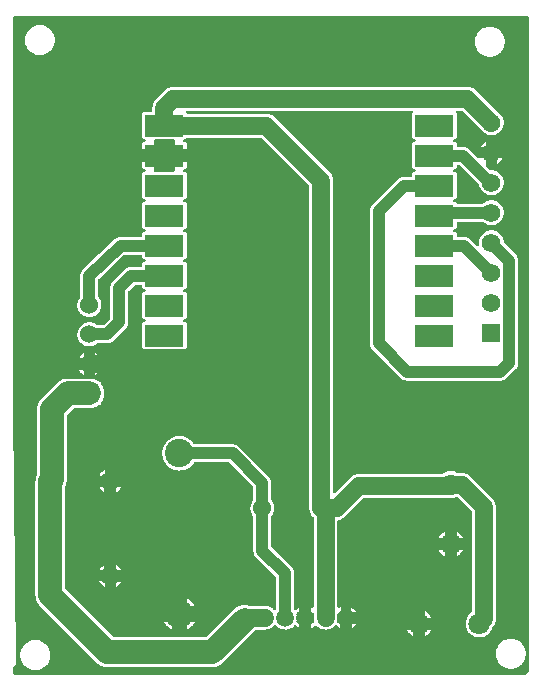
<source format=gbl>
G04 Layer: BottomLayer*
G04 EasyEDA v6.5.42, 2024-06-08 10:03:42*
G04 2a0a793ee1f445049542d68d0598b523,181136881d82463cbfe9aea6f2478185,10*
G04 Gerber Generator version 0.2*
G04 Scale: 100 percent, Rotated: No, Reflected: No *
G04 Dimensions in millimeters *
G04 leading zeros omitted , absolute positions ,4 integer and 5 decimal *
%FSLAX45Y45*%
%MOMM*%

%ADD10C,2.0000*%
%ADD11C,1.0000*%
%ADD12C,1.5000*%
%ADD13C,2.4000*%
%ADD14R,1.5748X1.5748*%
%ADD15C,1.5748*%
%ADD16R,1.5240X1.5240*%
%ADD17C,1.5240*%
%ADD18C,1.6000*%
%ADD19C,1.8000*%
%ADD20R,3.2918X1.8288*%
%ADD21R,0.0195X1.8288*%

%LPD*%
G36*
X-237642Y-1929841D02*
G01*
X-241554Y-1929079D01*
X-244856Y-1926843D01*
X-250545Y-1921154D01*
X-252780Y-1917852D01*
X-253542Y-1913940D01*
X-253542Y-1870659D01*
X-252780Y-1866798D01*
X-250545Y-1863496D01*
X-229260Y-1842160D01*
X-228600Y-1840484D01*
X-253542Y324154D01*
X-253542Y3634282D01*
X-252780Y3638194D01*
X-250545Y3641445D01*
X-247294Y3643680D01*
X-243382Y3644442D01*
X4104081Y3644442D01*
X4107992Y3643680D01*
X4111244Y3641445D01*
X4113479Y3638194D01*
X4114241Y3634282D01*
X4114241Y-1901342D01*
X4113479Y-1905254D01*
X4111244Y-1908556D01*
X4092956Y-1926843D01*
X4089654Y-1929079D01*
X4085742Y-1929841D01*
G37*

%LPC*%
G36*
X-63500Y-1892807D02*
G01*
X-48107Y-1891842D01*
X-32969Y-1889099D01*
X-18288Y-1884527D01*
X-4267Y-1878177D01*
X8940Y-1870202D01*
X21031Y-1860702D01*
X31902Y-1849831D01*
X41402Y-1837740D01*
X49377Y-1824532D01*
X55727Y-1810512D01*
X60299Y-1795830D01*
X63042Y-1780692D01*
X64008Y-1765300D01*
X63042Y-1749907D01*
X60299Y-1734769D01*
X55727Y-1720088D01*
X49377Y-1706067D01*
X41402Y-1692859D01*
X31902Y-1680768D01*
X21031Y-1669897D01*
X8940Y-1660398D01*
X-4267Y-1652422D01*
X-18288Y-1646072D01*
X-32969Y-1641500D01*
X-48107Y-1638757D01*
X-63500Y-1637792D01*
X-78892Y-1638757D01*
X-94030Y-1641500D01*
X-108712Y-1646072D01*
X-122732Y-1652422D01*
X-135940Y-1660398D01*
X-148031Y-1669897D01*
X-158902Y-1680768D01*
X-168402Y-1692859D01*
X-176377Y-1706067D01*
X-182727Y-1720088D01*
X-187299Y-1734769D01*
X-190042Y-1749907D01*
X-191008Y-1765300D01*
X-190042Y-1780692D01*
X-187299Y-1795830D01*
X-182727Y-1810512D01*
X-176377Y-1824532D01*
X-168402Y-1837740D01*
X-158902Y-1849831D01*
X-148031Y-1860702D01*
X-135940Y-1870202D01*
X-122732Y-1878177D01*
X-108712Y-1884527D01*
X-94030Y-1889099D01*
X-78892Y-1891842D01*
G37*
G36*
X3962400Y-1880107D02*
G01*
X3977792Y-1879142D01*
X3992930Y-1876399D01*
X4007612Y-1871827D01*
X4021632Y-1865477D01*
X4034840Y-1857502D01*
X4046931Y-1848002D01*
X4057802Y-1837131D01*
X4067301Y-1825040D01*
X4075277Y-1811832D01*
X4081627Y-1797812D01*
X4086199Y-1783130D01*
X4088942Y-1767992D01*
X4089908Y-1752600D01*
X4088942Y-1737207D01*
X4086199Y-1722069D01*
X4081627Y-1707388D01*
X4075277Y-1693367D01*
X4067301Y-1680159D01*
X4057802Y-1668068D01*
X4046931Y-1657197D01*
X4034840Y-1647698D01*
X4021632Y-1639722D01*
X4007612Y-1633372D01*
X3992930Y-1628800D01*
X3977792Y-1626057D01*
X3962400Y-1625092D01*
X3947007Y-1626057D01*
X3931869Y-1628800D01*
X3917187Y-1633372D01*
X3903167Y-1639722D01*
X3889959Y-1647698D01*
X3877868Y-1657197D01*
X3866997Y-1668068D01*
X3857498Y-1680159D01*
X3849522Y-1693367D01*
X3843172Y-1707388D01*
X3838600Y-1722069D01*
X3835857Y-1737207D01*
X3834892Y-1752600D01*
X3835857Y-1767992D01*
X3838600Y-1783130D01*
X3843172Y-1797812D01*
X3849522Y-1811832D01*
X3857498Y-1825040D01*
X3866997Y-1837131D01*
X3877868Y-1848002D01*
X3889959Y-1857502D01*
X3903167Y-1865477D01*
X3917187Y-1871827D01*
X3931869Y-1876399D01*
X3947007Y-1879142D01*
G37*
G36*
X546201Y-1865782D02*
G01*
X1434896Y-1865782D01*
X1442669Y-1865528D01*
X1450238Y-1864817D01*
X1457756Y-1863699D01*
X1465173Y-1862074D01*
X1472488Y-1860042D01*
X1479702Y-1857552D01*
X1486712Y-1854657D01*
X1493570Y-1851355D01*
X1500174Y-1847596D01*
X1506575Y-1843481D01*
X1512671Y-1838960D01*
X1518513Y-1834083D01*
X1524203Y-1828749D01*
X1797405Y-1555546D01*
X1800453Y-1552143D01*
X1803857Y-1549603D01*
X1808022Y-1548688D01*
X1883714Y-1548638D01*
X1893824Y-1547825D01*
X1897176Y-1547317D01*
X1906727Y-1545234D01*
X1910283Y-1544218D01*
X1919224Y-1540967D01*
X1922881Y-1539392D01*
X1931060Y-1535125D01*
X1934718Y-1532890D01*
X1941982Y-1527810D01*
X1945589Y-1524914D01*
X1951888Y-1519072D01*
X1955292Y-1515567D01*
X1958187Y-1512011D01*
X1961591Y-1509369D01*
X1965807Y-1508353D01*
X1970074Y-1509166D01*
X1973580Y-1511706D01*
X1981352Y-1520342D01*
X1991664Y-1529029D01*
X2002993Y-1536293D01*
X2015236Y-1541932D01*
X2028088Y-1545945D01*
X2041398Y-1548180D01*
X2054860Y-1548638D01*
X2068271Y-1547266D01*
X2081377Y-1544167D01*
X2093975Y-1539341D01*
X2105761Y-1532839D01*
X2116632Y-1524863D01*
X2126335Y-1515465D01*
X2128977Y-1512112D01*
X2132380Y-1509369D01*
X2136597Y-1508252D01*
X2140915Y-1509064D01*
X2144471Y-1511604D01*
X2152396Y-1520342D01*
X2162657Y-1529029D01*
X2174036Y-1536293D01*
X2178659Y-1538427D01*
X2178659Y-1491640D01*
X2157171Y-1491640D01*
X2153513Y-1490980D01*
X2150364Y-1489049D01*
X2148078Y-1486103D01*
X2147062Y-1482496D01*
X2147366Y-1478838D01*
X2150364Y-1467916D01*
X2152142Y-1454556D01*
X2152142Y-1441094D01*
X2150364Y-1427734D01*
X2147366Y-1416812D01*
X2147062Y-1413103D01*
X2148078Y-1409547D01*
X2150364Y-1406601D01*
X2153513Y-1404620D01*
X2157171Y-1403959D01*
X2178659Y-1403959D01*
X2178659Y-1357172D01*
X2174036Y-1359357D01*
X2162657Y-1366570D01*
X2152396Y-1375308D01*
X2145131Y-1383334D01*
X2141829Y-1385722D01*
X2137918Y-1386636D01*
X2133904Y-1385976D01*
X2130501Y-1383792D01*
X2128215Y-1380490D01*
X2127402Y-1376527D01*
X2127351Y-1070965D01*
X2126538Y-1062126D01*
X2126132Y-1059688D01*
X2123998Y-1051052D01*
X2123236Y-1048715D01*
X2119833Y-1040485D01*
X2118715Y-1038301D01*
X2114092Y-1030681D01*
X2107031Y-1021842D01*
X1937105Y-851865D01*
X1934870Y-848563D01*
X1934108Y-844651D01*
X1934108Y-592531D01*
X1934819Y-588873D01*
X1936750Y-585724D01*
X1938324Y-583996D01*
X1946046Y-572719D01*
X1952193Y-560578D01*
X1956663Y-547674D01*
X1959406Y-534314D01*
X1960321Y-520700D01*
X1959406Y-507085D01*
X1956663Y-493725D01*
X1952193Y-480872D01*
X1946046Y-468680D01*
X1938324Y-457454D01*
X1936750Y-455676D01*
X1934819Y-452526D01*
X1934108Y-448868D01*
X1934057Y-306171D01*
X1933244Y-297332D01*
X1932838Y-294894D01*
X1930704Y-286258D01*
X1929942Y-283921D01*
X1926539Y-275691D01*
X1925421Y-273507D01*
X1920798Y-265887D01*
X1913737Y-257048D01*
X1657756Y-1066D01*
X1648917Y5994D01*
X1641297Y10617D01*
X1639112Y11734D01*
X1630883Y15138D01*
X1628546Y15900D01*
X1619910Y18034D01*
X1617472Y18440D01*
X1608632Y19253D01*
X1285646Y19304D01*
X1282446Y19812D01*
X1279601Y21285D01*
X1277315Y23622D01*
X1269644Y34391D01*
X1258773Y46634D01*
X1246581Y57505D01*
X1233220Y67005D01*
X1218895Y74879D01*
X1203807Y81178D01*
X1188059Y85699D01*
X1171956Y88442D01*
X1155598Y89357D01*
X1139240Y88442D01*
X1123137Y85699D01*
X1107389Y81178D01*
X1092301Y74879D01*
X1077976Y67005D01*
X1064615Y57505D01*
X1052423Y46634D01*
X1041552Y34391D01*
X1032052Y21082D01*
X1024178Y6756D01*
X1017879Y-8382D01*
X1013358Y-24079D01*
X1010615Y-40233D01*
X1009700Y-56540D01*
X1010615Y-72898D01*
X1013358Y-89001D01*
X1017879Y-104749D01*
X1024178Y-119837D01*
X1032052Y-134162D01*
X1041552Y-147523D01*
X1052423Y-159715D01*
X1064615Y-170586D01*
X1077976Y-180086D01*
X1092301Y-188010D01*
X1107389Y-194259D01*
X1123137Y-198780D01*
X1139240Y-201523D01*
X1155598Y-202438D01*
X1171956Y-201523D01*
X1188059Y-198780D01*
X1203807Y-194259D01*
X1218895Y-188010D01*
X1233220Y-180086D01*
X1246581Y-170586D01*
X1258773Y-159715D01*
X1269644Y-147523D01*
X1277264Y-136804D01*
X1279550Y-134467D01*
X1282395Y-132994D01*
X1285544Y-132486D01*
X1570329Y-132486D01*
X1574241Y-133248D01*
X1577543Y-135483D01*
X1779320Y-337261D01*
X1781556Y-340563D01*
X1782318Y-344474D01*
X1782318Y-448970D01*
X1781759Y-452272D01*
X1780133Y-455269D01*
X1774037Y-462940D01*
X1767128Y-474675D01*
X1761794Y-487222D01*
X1758188Y-500380D01*
X1756359Y-513892D01*
X1756359Y-527507D01*
X1758188Y-541020D01*
X1761794Y-554177D01*
X1767128Y-566724D01*
X1774037Y-578459D01*
X1780133Y-586181D01*
X1781759Y-589127D01*
X1782318Y-592429D01*
X1782368Y-882954D01*
X1783181Y-891794D01*
X1783588Y-894232D01*
X1785721Y-902868D01*
X1786483Y-905205D01*
X1789887Y-913434D01*
X1791004Y-915619D01*
X1795627Y-923239D01*
X1802688Y-932078D01*
X1972614Y-1102055D01*
X1974850Y-1105357D01*
X1975612Y-1109268D01*
X1975612Y-1376375D01*
X1974748Y-1380388D01*
X1972411Y-1383792D01*
X1968906Y-1385925D01*
X1964842Y-1386535D01*
X1960829Y-1385417D01*
X1957628Y-1382877D01*
X1951888Y-1376527D01*
X1945589Y-1370685D01*
X1941982Y-1367790D01*
X1934718Y-1362710D01*
X1931060Y-1360474D01*
X1922881Y-1356207D01*
X1919224Y-1354632D01*
X1910283Y-1351381D01*
X1906727Y-1350365D01*
X1897125Y-1348282D01*
X1893824Y-1347774D01*
X1883714Y-1346962D01*
X1750009Y-1346911D01*
X1746046Y-1346098D01*
X1731314Y-1342440D01*
X1716227Y-1340612D01*
X1700987Y-1340612D01*
X1685899Y-1342440D01*
X1671167Y-1346098D01*
X1656943Y-1351483D01*
X1643481Y-1358544D01*
X1630984Y-1367180D01*
X1619351Y-1377492D01*
X1385874Y-1610969D01*
X1382572Y-1613154D01*
X1378712Y-1613966D01*
X602386Y-1613966D01*
X598525Y-1613154D01*
X595223Y-1610969D01*
X192328Y-1208074D01*
X190144Y-1204772D01*
X189331Y-1200912D01*
X189433Y-336600D01*
X190246Y-332587D01*
X193954Y-323951D01*
X196392Y-316839D01*
X198475Y-309524D01*
X200050Y-302107D01*
X201168Y-294589D01*
X201879Y-286969D01*
X202133Y-279247D01*
X202133Y261112D01*
X202895Y265023D01*
X205079Y268325D01*
X258419Y321614D01*
X261670Y323799D01*
X265582Y324612D01*
X393395Y324612D01*
X408889Y325526D01*
X423824Y328269D01*
X438353Y332790D01*
X452221Y339039D01*
X465378Y347014D01*
X469493Y348386D01*
X475792Y349097D01*
X481228Y351028D01*
X486156Y354076D01*
X490220Y358190D01*
X493318Y363067D01*
X495198Y368554D01*
X495909Y374904D01*
X497332Y379018D01*
X505206Y392023D01*
X511403Y405841D01*
X515975Y420370D01*
X518668Y435305D01*
X519633Y450494D01*
X518668Y465683D01*
X515975Y480618D01*
X511403Y495147D01*
X505206Y509016D01*
X497332Y522020D01*
X495909Y526135D01*
X495198Y532434D01*
X493318Y537921D01*
X490220Y542798D01*
X486156Y546912D01*
X481228Y549960D01*
X475792Y551891D01*
X469544Y552602D01*
X465429Y554024D01*
X452221Y561949D01*
X438353Y568198D01*
X423824Y572719D01*
X408889Y575462D01*
X393395Y576427D01*
X209397Y576427D01*
X201625Y576173D01*
X194056Y575513D01*
X186537Y574344D01*
X179070Y572770D01*
X171754Y570687D01*
X164592Y568248D01*
X157530Y565302D01*
X150723Y562000D01*
X144068Y558241D01*
X137718Y554126D01*
X131572Y549605D01*
X125730Y544728D01*
X120091Y539445D01*
X-12700Y406654D01*
X-18034Y400964D01*
X-22910Y395122D01*
X-27432Y389026D01*
X-31546Y382625D01*
X-35255Y376021D01*
X-38608Y369163D01*
X-41503Y362153D01*
X-43992Y354939D01*
X-46024Y347624D01*
X-47650Y340207D01*
X-48768Y332689D01*
X-49479Y325069D01*
X-49682Y317347D01*
X-49682Y-234899D01*
X-50546Y-238912D01*
X-54254Y-247548D01*
X-56692Y-254660D01*
X-58724Y-261975D01*
X-60350Y-269392D01*
X-61467Y-276910D01*
X-62179Y-284480D01*
X-62382Y-292252D01*
X-62433Y-1257096D01*
X-62230Y-1264869D01*
X-61518Y-1272438D01*
X-60401Y-1279956D01*
X-58775Y-1287373D01*
X-56743Y-1294688D01*
X-54254Y-1301902D01*
X-51358Y-1308912D01*
X-48056Y-1315770D01*
X-44297Y-1322374D01*
X-40182Y-1328775D01*
X-35661Y-1334871D01*
X-30784Y-1340713D01*
X-25450Y-1346403D01*
X456895Y-1828749D01*
X462584Y-1834083D01*
X468426Y-1838960D01*
X474522Y-1843481D01*
X480923Y-1847596D01*
X487527Y-1851355D01*
X494385Y-1854657D01*
X501396Y-1857552D01*
X508609Y-1860042D01*
X515924Y-1862074D01*
X523341Y-1863699D01*
X530860Y-1864817D01*
X538429Y-1865528D01*
G37*
G36*
X3688435Y-1614271D02*
G01*
X3702964Y-1614271D01*
X3717442Y-1612442D01*
X3731514Y-1608836D01*
X3745026Y-1603451D01*
X3757828Y-1596440D01*
X3769563Y-1587906D01*
X3780180Y-1577949D01*
X3789476Y-1566722D01*
X3797249Y-1554429D01*
X3803446Y-1541272D01*
X3806698Y-1531366D01*
X3808729Y-1527759D01*
X3813860Y-1521917D01*
X3821176Y-1510944D01*
X3827018Y-1499108D01*
X3831234Y-1486611D01*
X3833825Y-1473657D01*
X3834739Y-1460195D01*
X3834739Y-508355D01*
X3833825Y-494842D01*
X3831234Y-481888D01*
X3827018Y-469392D01*
X3821176Y-457555D01*
X3813860Y-446582D01*
X3804920Y-436422D01*
X3618890Y-250393D01*
X3608730Y-241452D01*
X3597757Y-234137D01*
X3585921Y-228295D01*
X3573424Y-224078D01*
X3560470Y-221488D01*
X3546957Y-220624D01*
X3513937Y-220624D01*
X3509619Y-219608D01*
X3497072Y-213715D01*
X3483203Y-209245D01*
X3468928Y-206502D01*
X3454400Y-205587D01*
X3439871Y-206502D01*
X3425596Y-209245D01*
X3411728Y-213715D01*
X3398570Y-219913D01*
X3386328Y-227736D01*
X3383686Y-228904D01*
X3380841Y-229311D01*
X2680055Y-229311D01*
X2666542Y-230174D01*
X2653588Y-232765D01*
X2641092Y-236982D01*
X2629255Y-242824D01*
X2618282Y-250190D01*
X2608122Y-259079D01*
X2476601Y-390601D01*
X2473299Y-392836D01*
X2469388Y-393598D01*
X2465527Y-392836D01*
X2462225Y-390601D01*
X2460040Y-387299D01*
X2459228Y-383438D01*
X2459228Y2251405D01*
X2458364Y2264918D01*
X2455773Y2277872D01*
X2451557Y2290368D01*
X2445715Y2302205D01*
X2438400Y2313178D01*
X2429459Y2323338D01*
X1963826Y2788970D01*
X1953666Y2797911D01*
X1942693Y2805226D01*
X1930857Y2811068D01*
X1918360Y2815285D01*
X1905406Y2817876D01*
X1891893Y2818739D01*
X1223264Y2818739D01*
X1219911Y2819349D01*
X1216914Y2820974D01*
X1213510Y2825343D01*
X1210716Y2828137D01*
X1208532Y2831439D01*
X1207719Y2835300D01*
X1208532Y2839212D01*
X1210716Y2842514D01*
X1214018Y2844698D01*
X1217879Y2845460D01*
X3125520Y2845460D01*
X3129432Y2844698D01*
X3132683Y2842514D01*
X3134918Y2839212D01*
X3135680Y2835300D01*
X3134918Y2831439D01*
X3132683Y2828137D01*
X3129889Y2825343D01*
X3126841Y2820466D01*
X3124911Y2814980D01*
X3124200Y2808681D01*
X3124200Y2626918D01*
X3124911Y2620619D01*
X3126841Y2615133D01*
X3129889Y2610256D01*
X3134004Y2606141D01*
X3138881Y2603042D01*
X3144367Y2601163D01*
X3146755Y2600909D01*
X3150717Y2599588D01*
X3153867Y2596743D01*
X3155543Y2592882D01*
X3155543Y2588666D01*
X3153867Y2584856D01*
X3150717Y2582011D01*
X3146755Y2580690D01*
X3144367Y2580436D01*
X3138881Y2578506D01*
X3134004Y2575458D01*
X3129889Y2571343D01*
X3126841Y2566466D01*
X3124911Y2560980D01*
X3124200Y2554681D01*
X3124200Y2372918D01*
X3124911Y2366619D01*
X3126841Y2361133D01*
X3129889Y2356256D01*
X3134004Y2352141D01*
X3138881Y2349042D01*
X3144367Y2347163D01*
X3146755Y2346909D01*
X3150717Y2345588D01*
X3153867Y2342743D01*
X3155543Y2338882D01*
X3155543Y2334666D01*
X3153867Y2330856D01*
X3150717Y2328011D01*
X3146755Y2326690D01*
X3144367Y2326436D01*
X3138881Y2324506D01*
X3134004Y2321458D01*
X3129889Y2317343D01*
X3126841Y2312466D01*
X3124911Y2306980D01*
X3124200Y2300681D01*
X3124200Y2295906D01*
X3123438Y2292045D01*
X3121253Y2288743D01*
X3117951Y2286508D01*
X3114040Y2285746D01*
X3058007Y2285695D01*
X3049168Y2284882D01*
X3046730Y2284476D01*
X3038094Y2282342D01*
X3035757Y2281580D01*
X3027527Y2278176D01*
X3025343Y2277059D01*
X3017723Y2272436D01*
X3008884Y2265375D01*
X2789224Y2045716D01*
X2782163Y2036876D01*
X2777540Y2029256D01*
X2776423Y2027072D01*
X2773019Y2018842D01*
X2772257Y2016506D01*
X2770124Y2007870D01*
X2769717Y2005431D01*
X2768904Y1996592D01*
X2768904Y873709D01*
X2769717Y864869D01*
X2770124Y862431D01*
X2772257Y853795D01*
X2773019Y851458D01*
X2776423Y843229D01*
X2777540Y841044D01*
X2782163Y833424D01*
X2789224Y824585D01*
X3034284Y579526D01*
X3043123Y572465D01*
X3050743Y567842D01*
X3052927Y566724D01*
X3061157Y563321D01*
X3063494Y562559D01*
X3072130Y560425D01*
X3074568Y560019D01*
X3083407Y559206D01*
X3876090Y559206D01*
X3884929Y560019D01*
X3887368Y560425D01*
X3896004Y562559D01*
X3898341Y563321D01*
X3906570Y566724D01*
X3908755Y567842D01*
X3916375Y572465D01*
X3925214Y579526D01*
X4005173Y659485D01*
X4012234Y668324D01*
X4016857Y675944D01*
X4017975Y678129D01*
X4021378Y686358D01*
X4022140Y688695D01*
X4024274Y697331D01*
X4024680Y699770D01*
X4025493Y708609D01*
X4025493Y1577492D01*
X4024680Y1586331D01*
X4024274Y1588770D01*
X4022140Y1597406D01*
X4021378Y1599742D01*
X4017975Y1607972D01*
X4016857Y1610156D01*
X4012234Y1617776D01*
X4005173Y1626616D01*
X3904386Y1727454D01*
X3902303Y1730451D01*
X3901440Y1733956D01*
X3900982Y1740916D01*
X3898290Y1754327D01*
X3893921Y1767281D01*
X3887876Y1779574D01*
X3880256Y1790954D01*
X3871214Y1801215D01*
X3860952Y1810257D01*
X3849573Y1817878D01*
X3837279Y1823923D01*
X3824325Y1828292D01*
X3810914Y1830984D01*
X3797249Y1831898D01*
X3783584Y1830984D01*
X3770172Y1828292D01*
X3757218Y1823923D01*
X3744925Y1817878D01*
X3733546Y1810257D01*
X3723284Y1801215D01*
X3714242Y1790954D01*
X3706622Y1779574D01*
X3700576Y1767281D01*
X3696208Y1754327D01*
X3693515Y1740916D01*
X3692601Y1727250D01*
X3693515Y1713585D01*
X3694226Y1709928D01*
X3694176Y1705610D01*
X3692347Y1701749D01*
X3689096Y1698955D01*
X3684930Y1697786D01*
X3680714Y1698447D01*
X3677107Y1700733D01*
X3620465Y1757324D01*
X3611626Y1764385D01*
X3604006Y1769008D01*
X3601821Y1770125D01*
X3591255Y1774291D01*
X3582619Y1776425D01*
X3580180Y1776831D01*
X3571341Y1777644D01*
X3515360Y1777695D01*
X3511499Y1778457D01*
X3508197Y1780692D01*
X3505962Y1783994D01*
X3505200Y1787855D01*
X3505200Y1792681D01*
X3504488Y1798980D01*
X3502609Y1804466D01*
X3499510Y1809343D01*
X3495395Y1813458D01*
X3490518Y1816506D01*
X3485032Y1818436D01*
X3482695Y1818690D01*
X3478682Y1820011D01*
X3475583Y1822856D01*
X3473856Y1826666D01*
X3473856Y1830882D01*
X3475583Y1834743D01*
X3478682Y1837588D01*
X3482695Y1838909D01*
X3485032Y1839163D01*
X3490518Y1841042D01*
X3495395Y1844141D01*
X3499510Y1848256D01*
X3502609Y1853133D01*
X3504488Y1858619D01*
X3505200Y1864918D01*
X3505200Y1895144D01*
X3505962Y1899005D01*
X3508197Y1902307D01*
X3511499Y1904542D01*
X3515360Y1905304D01*
X3721709Y1905304D01*
X3725265Y1904644D01*
X3728415Y1902764D01*
X3733546Y1898243D01*
X3744925Y1890623D01*
X3757218Y1884578D01*
X3770172Y1880209D01*
X3783584Y1877517D01*
X3797249Y1876602D01*
X3810914Y1877517D01*
X3824325Y1880209D01*
X3837279Y1884578D01*
X3849573Y1890623D01*
X3860952Y1898243D01*
X3871214Y1907286D01*
X3880256Y1917547D01*
X3887876Y1928926D01*
X3893921Y1941220D01*
X3898290Y1954174D01*
X3900982Y1967585D01*
X3901897Y1981250D01*
X3900982Y1994916D01*
X3898290Y2008327D01*
X3893921Y2021281D01*
X3887876Y2033574D01*
X3880256Y2044954D01*
X3871214Y2055215D01*
X3860952Y2064257D01*
X3849573Y2071878D01*
X3837279Y2077923D01*
X3824325Y2082292D01*
X3810914Y2084984D01*
X3797249Y2085898D01*
X3783584Y2084984D01*
X3770172Y2082292D01*
X3757218Y2077923D01*
X3744925Y2071878D01*
X3733546Y2064257D01*
X3728262Y2059635D01*
X3725164Y2057755D01*
X3721557Y2057095D01*
X3509060Y2057095D01*
X3505708Y2057654D01*
X3502710Y2059330D01*
X3499510Y2063343D01*
X3495395Y2067458D01*
X3490518Y2070506D01*
X3485032Y2072436D01*
X3482695Y2072690D01*
X3478682Y2074011D01*
X3475583Y2076856D01*
X3473856Y2080666D01*
X3473856Y2084882D01*
X3475583Y2088743D01*
X3478682Y2091588D01*
X3482695Y2092909D01*
X3485032Y2093163D01*
X3490518Y2095042D01*
X3495395Y2098141D01*
X3499510Y2102256D01*
X3502609Y2107133D01*
X3504488Y2112619D01*
X3505200Y2118918D01*
X3505200Y2300681D01*
X3504488Y2306980D01*
X3502609Y2312466D01*
X3499510Y2317343D01*
X3495395Y2321458D01*
X3490518Y2324506D01*
X3485032Y2326436D01*
X3482695Y2326690D01*
X3478682Y2328011D01*
X3475583Y2330856D01*
X3473856Y2334666D01*
X3473856Y2338882D01*
X3475583Y2342743D01*
X3478682Y2345588D01*
X3482695Y2346909D01*
X3485032Y2347163D01*
X3490518Y2349042D01*
X3495395Y2352141D01*
X3499510Y2356256D01*
X3502609Y2361133D01*
X3504488Y2366619D01*
X3505200Y2372918D01*
X3505200Y2377744D01*
X3505962Y2381605D01*
X3508197Y2384907D01*
X3511499Y2387092D01*
X3515360Y2387904D01*
X3520338Y2387904D01*
X3524250Y2387092D01*
X3527551Y2384907D01*
X3691991Y2220468D01*
X3693769Y2218080D01*
X3694785Y2215235D01*
X3696208Y2208174D01*
X3700576Y2195220D01*
X3706622Y2182926D01*
X3714242Y2171547D01*
X3723284Y2161286D01*
X3733546Y2152243D01*
X3744925Y2144623D01*
X3757218Y2138578D01*
X3770172Y2134209D01*
X3783584Y2131517D01*
X3797249Y2130602D01*
X3810914Y2131517D01*
X3824325Y2134209D01*
X3837279Y2138578D01*
X3849573Y2144623D01*
X3860952Y2152243D01*
X3871214Y2161286D01*
X3880256Y2171547D01*
X3887876Y2182926D01*
X3893921Y2195220D01*
X3898290Y2208174D01*
X3900982Y2221585D01*
X3901897Y2235250D01*
X3900982Y2248916D01*
X3898290Y2262327D01*
X3893921Y2275281D01*
X3887876Y2287574D01*
X3880256Y2298954D01*
X3871214Y2309215D01*
X3860952Y2318258D01*
X3849573Y2325878D01*
X3837279Y2331923D01*
X3824325Y2336292D01*
X3810914Y2338984D01*
X3797249Y2339898D01*
X3792474Y2339543D01*
X3788257Y2340203D01*
X3784650Y2342540D01*
X3753713Y2373426D01*
X3751529Y2376728D01*
X3750767Y2380589D01*
X3751529Y2384501D01*
X3751529Y2443530D01*
X3692499Y2443530D01*
X3688587Y2442768D01*
X3684727Y2443530D01*
X3681425Y2445715D01*
X3607765Y2519324D01*
X3598926Y2526385D01*
X3591306Y2531008D01*
X3589121Y2532126D01*
X3578555Y2536291D01*
X3569919Y2538425D01*
X3567480Y2538831D01*
X3558641Y2539644D01*
X3515360Y2539695D01*
X3511499Y2540457D01*
X3508197Y2542692D01*
X3505962Y2545994D01*
X3505200Y2549855D01*
X3505200Y2554681D01*
X3504488Y2560980D01*
X3502609Y2566466D01*
X3499510Y2571343D01*
X3495395Y2575458D01*
X3490518Y2578506D01*
X3485032Y2580436D01*
X3482695Y2580690D01*
X3478682Y2582011D01*
X3475583Y2584856D01*
X3473856Y2588666D01*
X3473856Y2592882D01*
X3475583Y2596743D01*
X3478682Y2599588D01*
X3482695Y2600909D01*
X3485032Y2601163D01*
X3490518Y2603042D01*
X3495395Y2606141D01*
X3499510Y2610256D01*
X3502609Y2615133D01*
X3504488Y2620619D01*
X3505200Y2626918D01*
X3505200Y2808681D01*
X3504488Y2814980D01*
X3502609Y2820466D01*
X3499510Y2825343D01*
X3496716Y2828137D01*
X3494532Y2831439D01*
X3493719Y2835300D01*
X3494532Y2839212D01*
X3496716Y2842514D01*
X3500018Y2844698D01*
X3503879Y2845460D01*
X3548126Y2845460D01*
X3551986Y2844698D01*
X3555288Y2842514D01*
X3705504Y2692298D01*
X3706774Y2690774D01*
X3714242Y2679547D01*
X3723284Y2669286D01*
X3733546Y2660243D01*
X3744925Y2652623D01*
X3757218Y2646578D01*
X3770172Y2642209D01*
X3783584Y2639517D01*
X3797249Y2638602D01*
X3810914Y2639517D01*
X3824325Y2642209D01*
X3837279Y2646578D01*
X3849573Y2652623D01*
X3860952Y2660243D01*
X3871214Y2669286D01*
X3880256Y2679547D01*
X3887876Y2690926D01*
X3893921Y2703220D01*
X3898290Y2716174D01*
X3900982Y2729585D01*
X3901897Y2743250D01*
X3900982Y2756916D01*
X3898290Y2770327D01*
X3893921Y2783281D01*
X3887876Y2795574D01*
X3880256Y2806954D01*
X3871214Y2817215D01*
X3860952Y2826258D01*
X3849725Y2833725D01*
X3848201Y2834995D01*
X3665677Y3017520D01*
X3655517Y3026410D01*
X3644544Y3033776D01*
X3632708Y3039618D01*
X3620211Y3043834D01*
X3607257Y3046425D01*
X3593795Y3047288D01*
X1105255Y3047288D01*
X1091742Y3046425D01*
X1078788Y3043834D01*
X1066292Y3039618D01*
X1054455Y3033776D01*
X1043482Y3026410D01*
X1033322Y3017520D01*
X957580Y2941777D01*
X948639Y2931617D01*
X941324Y2920644D01*
X935482Y2908808D01*
X931265Y2896311D01*
X928674Y2883357D01*
X927811Y2869844D01*
X927811Y2845308D01*
X926998Y2841396D01*
X924814Y2838094D01*
X921512Y2835910D01*
X917651Y2835148D01*
X864666Y2835148D01*
X858367Y2834436D01*
X852881Y2832506D01*
X848004Y2829458D01*
X843889Y2825343D01*
X840841Y2820466D01*
X838911Y2814980D01*
X838200Y2808681D01*
X838200Y2626918D01*
X838911Y2620619D01*
X840841Y2615133D01*
X843889Y2610256D01*
X848004Y2606141D01*
X852881Y2603042D01*
X858367Y2601163D01*
X860755Y2600909D01*
X864717Y2599588D01*
X867867Y2596743D01*
X869543Y2592882D01*
X869543Y2588666D01*
X867867Y2584856D01*
X864717Y2582011D01*
X860755Y2580690D01*
X858367Y2580436D01*
X852881Y2578506D01*
X848004Y2575458D01*
X843889Y2571343D01*
X840841Y2566466D01*
X838911Y2560980D01*
X838200Y2554681D01*
X838200Y2515870D01*
X940053Y2515870D01*
X940053Y2590292D01*
X940816Y2594152D01*
X943051Y2597454D01*
X946353Y2599690D01*
X950214Y2600452D01*
X1107186Y2600452D01*
X1111097Y2599690D01*
X1114399Y2597454D01*
X1116584Y2594152D01*
X1117346Y2590292D01*
X1117346Y2515870D01*
X1219200Y2515870D01*
X1219200Y2554681D01*
X1218488Y2560980D01*
X1216609Y2566466D01*
X1213510Y2571343D01*
X1209395Y2575458D01*
X1204518Y2578506D01*
X1199032Y2580436D01*
X1196695Y2580690D01*
X1192682Y2582011D01*
X1189583Y2584856D01*
X1187856Y2588666D01*
X1187856Y2592882D01*
X1189583Y2596743D01*
X1192682Y2599588D01*
X1196695Y2600909D01*
X1199032Y2601163D01*
X1204518Y2603042D01*
X1209395Y2606141D01*
X1213510Y2610256D01*
X1214729Y2612186D01*
X1217015Y2614726D01*
X1219962Y2616352D01*
X1223314Y2616962D01*
X1846224Y2616962D01*
X1850136Y2616149D01*
X1853438Y2613964D01*
X2254453Y2212949D01*
X2256637Y2209647D01*
X2257450Y2205736D01*
X2257450Y-505256D01*
X2256383Y-513892D01*
X2256383Y-527507D01*
X2258161Y-541020D01*
X2261768Y-554177D01*
X2267102Y-566724D01*
X2274062Y-578459D01*
X2282494Y-589178D01*
X2289505Y-595934D01*
X2291791Y-599287D01*
X2292604Y-603250D01*
X2292604Y-1354328D01*
X2291740Y-1358392D01*
X2289302Y-1361795D01*
X2285695Y-1363929D01*
X2281529Y-1364437D01*
X2277516Y-1363218D01*
X2266340Y-1357071D01*
X2266340Y-1403959D01*
X2282444Y-1403959D01*
X2286304Y-1404721D01*
X2289606Y-1406956D01*
X2291791Y-1410208D01*
X2292604Y-1414119D01*
X2292604Y-1447444D01*
X2293467Y-1460957D01*
X2296058Y-1473911D01*
X2297531Y-1478229D01*
X2298039Y-1482039D01*
X2297125Y-1485747D01*
X2294890Y-1488846D01*
X2291638Y-1490929D01*
X2287879Y-1491640D01*
X2266340Y-1491640D01*
X2266340Y-1538579D01*
X2276805Y-1532839D01*
X2287625Y-1524863D01*
X2297328Y-1515465D01*
X2299970Y-1512112D01*
X2303373Y-1509369D01*
X2307590Y-1508252D01*
X2311908Y-1509064D01*
X2315464Y-1511604D01*
X2323338Y-1520342D01*
X2333650Y-1529029D01*
X2345080Y-1536293D01*
X2355088Y-1541119D01*
X2367584Y-1545336D01*
X2380488Y-1547876D01*
X2383231Y-1548180D01*
X2393645Y-1548688D01*
X2396693Y-1548638D01*
X2406802Y-1547825D01*
X2410155Y-1547317D01*
X2419756Y-1545234D01*
X2423261Y-1544218D01*
X2432253Y-1540967D01*
X2435860Y-1539392D01*
X2444038Y-1535125D01*
X2447696Y-1532890D01*
X2455011Y-1527810D01*
X2458567Y-1524914D01*
X2464917Y-1519072D01*
X2468270Y-1515567D01*
X2471216Y-1512011D01*
X2474620Y-1509369D01*
X2478836Y-1508353D01*
X2483053Y-1509166D01*
X2486558Y-1511706D01*
X2494381Y-1520342D01*
X2504643Y-1529029D01*
X2516022Y-1536293D01*
X2520645Y-1538427D01*
X2520645Y-1491640D01*
X2499258Y-1491640D01*
X2495550Y-1490980D01*
X2492349Y-1488948D01*
X2490114Y-1485900D01*
X2489149Y-1482293D01*
X2489555Y-1478534D01*
X2490978Y-1473911D01*
X2492349Y-1467916D01*
X2493518Y-1460957D01*
X2494178Y-1454556D01*
X2494381Y-1447647D01*
X2494381Y-1414119D01*
X2495194Y-1410208D01*
X2497378Y-1406956D01*
X2500680Y-1404721D01*
X2504541Y-1403959D01*
X2520645Y-1403959D01*
X2520645Y-1357172D01*
X2516022Y-1359357D01*
X2510028Y-1363167D01*
X2505964Y-1364640D01*
X2501696Y-1364335D01*
X2497886Y-1362252D01*
X2495296Y-1358798D01*
X2494381Y-1354582D01*
X2494381Y-630631D01*
X2494991Y-627227D01*
X2496718Y-624179D01*
X2499360Y-621944D01*
X2502560Y-620674D01*
X2515311Y-618134D01*
X2527808Y-613918D01*
X2539644Y-608076D01*
X2550617Y-600760D01*
X2560828Y-591820D01*
X2718511Y-434085D01*
X2721813Y-431901D01*
X2725724Y-431139D01*
X3415944Y-431139D01*
X3419094Y-431596D01*
X3425596Y-433730D01*
X3439871Y-436473D01*
X3454400Y-437388D01*
X3468928Y-436473D01*
X3483203Y-433730D01*
X3497072Y-429209D01*
X3500983Y-427380D01*
X3504996Y-426415D01*
X3509060Y-427126D01*
X3512515Y-429412D01*
X3629914Y-546811D01*
X3632149Y-550113D01*
X3632911Y-554024D01*
X3632911Y-1396085D01*
X3632403Y-1399235D01*
X3630980Y-1402080D01*
X3628694Y-1404315D01*
X3621836Y-1409293D01*
X3611219Y-1419301D01*
X3601974Y-1430477D01*
X3594150Y-1442770D01*
X3587953Y-1455928D01*
X3583482Y-1469796D01*
X3580739Y-1484071D01*
X3579825Y-1498600D01*
X3580739Y-1513128D01*
X3583482Y-1527403D01*
X3587953Y-1541272D01*
X3594150Y-1554429D01*
X3601974Y-1566722D01*
X3611219Y-1577949D01*
X3621836Y-1587906D01*
X3633622Y-1596440D01*
X3646373Y-1603451D01*
X3659886Y-1608836D01*
X3674008Y-1612442D01*
G37*
G36*
X3239058Y-1602384D02*
G01*
X3249828Y-1596440D01*
X3261563Y-1587906D01*
X3272180Y-1577949D01*
X3281476Y-1566722D01*
X3289249Y-1554429D01*
X3291382Y-1549958D01*
X3239058Y-1549958D01*
G37*
G36*
X3136341Y-1602384D02*
G01*
X3136341Y-1549958D01*
X3084068Y-1549958D01*
X3086150Y-1554429D01*
X3093974Y-1566722D01*
X3103219Y-1577949D01*
X3113836Y-1587906D01*
X3125622Y-1596440D01*
G37*
G36*
X1221943Y-1546301D02*
G01*
X1233220Y-1540103D01*
X1246581Y-1530604D01*
X1258773Y-1519732D01*
X1269644Y-1507490D01*
X1279144Y-1494180D01*
X1285341Y-1482902D01*
X1221943Y-1482902D01*
G37*
G36*
X1089253Y-1546301D02*
G01*
X1089253Y-1482902D01*
X1025855Y-1482902D01*
X1032052Y-1494180D01*
X1041552Y-1507490D01*
X1052423Y-1519732D01*
X1064615Y-1530604D01*
X1077976Y-1540103D01*
G37*
G36*
X2608376Y-1538579D02*
G01*
X2618790Y-1532839D01*
X2629662Y-1524863D01*
X2639314Y-1515465D01*
X2647696Y-1504899D01*
X2654554Y-1493316D01*
X2655265Y-1491640D01*
X2608376Y-1491640D01*
G37*
G36*
X3084068Y-1447241D02*
G01*
X3136341Y-1447241D01*
X3136341Y-1394866D01*
X3125622Y-1400759D01*
X3113836Y-1409293D01*
X3103219Y-1419301D01*
X3093974Y-1430477D01*
X3086150Y-1442770D01*
G37*
G36*
X3239058Y-1447241D02*
G01*
X3291382Y-1447241D01*
X3289249Y-1442770D01*
X3281476Y-1430477D01*
X3272180Y-1419301D01*
X3261563Y-1409293D01*
X3249828Y-1400759D01*
X3239058Y-1394866D01*
G37*
G36*
X2608376Y-1403959D02*
G01*
X2655265Y-1403959D01*
X2654554Y-1402283D01*
X2647696Y-1390700D01*
X2639314Y-1380134D01*
X2629662Y-1370787D01*
X2618790Y-1362760D01*
X2608376Y-1357071D01*
G37*
G36*
X1221943Y-1350213D02*
G01*
X1285341Y-1350213D01*
X1279144Y-1338935D01*
X1269644Y-1325575D01*
X1258773Y-1313383D01*
X1246581Y-1302512D01*
X1233220Y-1293012D01*
X1221943Y-1286814D01*
G37*
G36*
X1025855Y-1350213D02*
G01*
X1089253Y-1350213D01*
X1089253Y-1286814D01*
X1077976Y-1293012D01*
X1064615Y-1302512D01*
X1052423Y-1313383D01*
X1041552Y-1325575D01*
X1032052Y-1338935D01*
G37*
G36*
X525170Y-1187145D02*
G01*
X525170Y-1138580D01*
X476554Y-1138580D01*
X479806Y-1145133D01*
X487527Y-1156665D01*
X496620Y-1167079D01*
X507034Y-1176223D01*
X518566Y-1183894D01*
G37*
G36*
X617880Y-1187145D02*
G01*
X624433Y-1183894D01*
X635965Y-1176223D01*
X646379Y-1167079D01*
X655523Y-1156665D01*
X663194Y-1145133D01*
X666445Y-1138580D01*
X617880Y-1138580D01*
G37*
G36*
X617880Y-1045870D02*
G01*
X666445Y-1045870D01*
X663194Y-1039266D01*
X655523Y-1027734D01*
X646379Y-1017320D01*
X635965Y-1008227D01*
X624433Y-1000506D01*
X617880Y-997254D01*
G37*
G36*
X476554Y-1045870D02*
G01*
X525170Y-1045870D01*
X525170Y-997254D01*
X518566Y-1000506D01*
X507034Y-1008227D01*
X496620Y-1017320D01*
X487527Y-1027734D01*
X479806Y-1039266D01*
G37*
G36*
X3505758Y-925118D02*
G01*
X3510229Y-923036D01*
X3522522Y-915212D01*
X3533749Y-905967D01*
X3543706Y-895350D01*
X3552240Y-883564D01*
X3558184Y-872845D01*
X3505758Y-872845D01*
G37*
G36*
X3403041Y-925118D02*
G01*
X3403041Y-872845D01*
X3350666Y-872845D01*
X3356559Y-883564D01*
X3365093Y-895350D01*
X3375101Y-905967D01*
X3386277Y-915212D01*
X3398570Y-923036D01*
G37*
G36*
X3505758Y-770128D02*
G01*
X3558184Y-770128D01*
X3552240Y-759409D01*
X3543706Y-747623D01*
X3533749Y-737006D01*
X3522522Y-727710D01*
X3510229Y-719937D01*
X3505758Y-717804D01*
G37*
G36*
X3350666Y-770128D02*
G01*
X3403041Y-770128D01*
X3403041Y-717804D01*
X3398570Y-719937D01*
X3386277Y-727710D01*
X3375101Y-737006D01*
X3365093Y-747623D01*
X3356559Y-759409D01*
G37*
G36*
X525170Y-387045D02*
G01*
X525170Y-338480D01*
X476554Y-338480D01*
X479806Y-345033D01*
X487527Y-356565D01*
X496620Y-366979D01*
X507034Y-376123D01*
X518566Y-383794D01*
G37*
G36*
X617880Y-387045D02*
G01*
X624433Y-383794D01*
X635965Y-376123D01*
X646379Y-366979D01*
X655523Y-356565D01*
X663194Y-345033D01*
X666445Y-338480D01*
X617880Y-338480D01*
G37*
G36*
X617880Y-245770D02*
G01*
X666445Y-245770D01*
X663194Y-239166D01*
X655523Y-227634D01*
X646379Y-217220D01*
X635965Y-208127D01*
X624433Y-200406D01*
X617880Y-197154D01*
G37*
G36*
X476554Y-245770D02*
G01*
X525170Y-245770D01*
X525170Y-197154D01*
X518566Y-200406D01*
X507034Y-208127D01*
X496620Y-217220D01*
X487527Y-227634D01*
X479806Y-239166D01*
G37*
G36*
X349351Y608685D02*
G01*
X349351Y656031D01*
X302006Y656031D01*
X307746Y645566D01*
X315874Y634593D01*
X325323Y624789D01*
X336042Y616305D01*
X347776Y609396D01*
G37*
G36*
X438251Y608685D02*
G01*
X439826Y609396D01*
X451561Y616305D01*
X462280Y624789D01*
X471779Y634593D01*
X479856Y645566D01*
X485597Y656031D01*
X438251Y656031D01*
G37*
G36*
X438251Y744931D02*
G01*
X485495Y744931D01*
X483311Y749554D01*
X475996Y761034D01*
X467207Y771448D01*
X457098Y780592D01*
X445820Y788314D01*
X438251Y792124D01*
G37*
G36*
X302158Y744931D02*
G01*
X349351Y744931D01*
X349351Y792124D01*
X341782Y788314D01*
X330555Y780592D01*
X320446Y771448D01*
X311607Y761034D01*
X304292Y749554D01*
G37*
G36*
X864666Y822452D02*
G01*
X1192733Y822452D01*
X1199032Y823163D01*
X1204518Y825042D01*
X1209395Y828141D01*
X1213510Y832256D01*
X1216609Y837133D01*
X1218488Y842619D01*
X1219200Y848918D01*
X1219200Y1030681D01*
X1218488Y1036980D01*
X1216609Y1042466D01*
X1213510Y1047343D01*
X1209395Y1051458D01*
X1204518Y1054506D01*
X1199032Y1056436D01*
X1196695Y1056690D01*
X1192682Y1058011D01*
X1189583Y1060856D01*
X1187856Y1064666D01*
X1187856Y1068882D01*
X1189583Y1072743D01*
X1192682Y1075588D01*
X1196695Y1076909D01*
X1199032Y1077163D01*
X1204518Y1079042D01*
X1209395Y1082141D01*
X1213510Y1086256D01*
X1216609Y1091133D01*
X1218488Y1096619D01*
X1219200Y1102918D01*
X1219200Y1284681D01*
X1218488Y1290980D01*
X1216609Y1296466D01*
X1213510Y1301343D01*
X1209395Y1305458D01*
X1204518Y1308506D01*
X1199032Y1310436D01*
X1196695Y1310690D01*
X1192682Y1312011D01*
X1189583Y1314856D01*
X1187856Y1318666D01*
X1187856Y1322882D01*
X1189583Y1326743D01*
X1192682Y1329588D01*
X1196695Y1330909D01*
X1199032Y1331163D01*
X1204518Y1333042D01*
X1209395Y1336141D01*
X1213510Y1340256D01*
X1216609Y1345133D01*
X1218488Y1350619D01*
X1219200Y1356918D01*
X1219200Y1538681D01*
X1218488Y1544980D01*
X1216609Y1550466D01*
X1213510Y1555343D01*
X1209395Y1559458D01*
X1204518Y1562506D01*
X1199032Y1564436D01*
X1196695Y1564690D01*
X1192682Y1566011D01*
X1189583Y1568856D01*
X1187856Y1572666D01*
X1187856Y1576882D01*
X1189583Y1580743D01*
X1192682Y1583588D01*
X1196695Y1584909D01*
X1199032Y1585163D01*
X1204518Y1587042D01*
X1209395Y1590141D01*
X1213510Y1594256D01*
X1216609Y1599133D01*
X1218488Y1604619D01*
X1219200Y1610918D01*
X1219200Y1792681D01*
X1218488Y1798980D01*
X1216609Y1804466D01*
X1213510Y1809343D01*
X1209395Y1813458D01*
X1204518Y1816506D01*
X1199032Y1818436D01*
X1196695Y1818690D01*
X1192682Y1820011D01*
X1189583Y1822856D01*
X1187856Y1826666D01*
X1187856Y1830882D01*
X1189583Y1834743D01*
X1192682Y1837588D01*
X1196695Y1838909D01*
X1199032Y1839163D01*
X1204518Y1841042D01*
X1209395Y1844141D01*
X1213510Y1848256D01*
X1216609Y1853133D01*
X1218488Y1858619D01*
X1219200Y1864918D01*
X1219200Y2046681D01*
X1218488Y2052980D01*
X1216609Y2058466D01*
X1213510Y2063343D01*
X1209395Y2067458D01*
X1204518Y2070506D01*
X1199032Y2072436D01*
X1196695Y2072690D01*
X1192682Y2074011D01*
X1189583Y2076856D01*
X1187856Y2080666D01*
X1187856Y2084882D01*
X1189583Y2088743D01*
X1192682Y2091588D01*
X1196695Y2092909D01*
X1199032Y2093163D01*
X1204518Y2095042D01*
X1209395Y2098141D01*
X1213510Y2102256D01*
X1216609Y2107133D01*
X1218488Y2112619D01*
X1219200Y2118918D01*
X1219200Y2300681D01*
X1218488Y2306980D01*
X1216609Y2312466D01*
X1213510Y2317343D01*
X1209395Y2321458D01*
X1204518Y2324506D01*
X1199032Y2326436D01*
X1196695Y2326690D01*
X1192682Y2328011D01*
X1189583Y2330856D01*
X1187856Y2334666D01*
X1187856Y2338882D01*
X1189583Y2342743D01*
X1192682Y2345588D01*
X1196695Y2346909D01*
X1199032Y2347163D01*
X1204518Y2349042D01*
X1209395Y2352141D01*
X1213510Y2356256D01*
X1216609Y2361133D01*
X1218488Y2366619D01*
X1219200Y2372918D01*
X1219200Y2411730D01*
X1117346Y2411730D01*
X1117346Y2337308D01*
X1116584Y2333396D01*
X1114399Y2330094D01*
X1111097Y2327910D01*
X1107186Y2327148D01*
X950214Y2327148D01*
X946353Y2327910D01*
X943051Y2330094D01*
X940816Y2333396D01*
X940053Y2337308D01*
X940053Y2411730D01*
X838200Y2411730D01*
X838200Y2372918D01*
X838911Y2366619D01*
X840841Y2361133D01*
X843889Y2356256D01*
X848004Y2352141D01*
X852881Y2349042D01*
X858367Y2347163D01*
X860755Y2346909D01*
X864717Y2345588D01*
X867867Y2342743D01*
X869543Y2338882D01*
X869543Y2334666D01*
X867867Y2330856D01*
X864717Y2328011D01*
X860755Y2326690D01*
X858367Y2326436D01*
X852881Y2324506D01*
X848004Y2321458D01*
X843889Y2317343D01*
X840841Y2312466D01*
X838911Y2306980D01*
X838200Y2300681D01*
X838200Y2118918D01*
X838911Y2112619D01*
X840841Y2107133D01*
X843889Y2102256D01*
X848004Y2098141D01*
X852881Y2095042D01*
X858367Y2093163D01*
X860755Y2092909D01*
X864717Y2091588D01*
X867867Y2088743D01*
X869543Y2084882D01*
X869543Y2080666D01*
X867867Y2076856D01*
X864717Y2074011D01*
X860755Y2072690D01*
X858367Y2072436D01*
X852881Y2070506D01*
X848004Y2067458D01*
X843889Y2063343D01*
X840841Y2058466D01*
X838911Y2052980D01*
X838200Y2046681D01*
X838200Y1864918D01*
X838911Y1858619D01*
X840841Y1853133D01*
X843889Y1848256D01*
X848004Y1844141D01*
X852881Y1841042D01*
X858367Y1839163D01*
X860755Y1838909D01*
X864717Y1837588D01*
X867867Y1834743D01*
X869543Y1830882D01*
X869543Y1826666D01*
X867867Y1822856D01*
X864717Y1820011D01*
X860755Y1818690D01*
X858367Y1818436D01*
X852881Y1816506D01*
X848004Y1813458D01*
X843889Y1809343D01*
X840841Y1804466D01*
X838911Y1798980D01*
X838200Y1792681D01*
X838200Y1787906D01*
X837437Y1784045D01*
X835253Y1780743D01*
X831951Y1778507D01*
X828040Y1777746D01*
X660704Y1777746D01*
X649020Y1776882D01*
X637997Y1774342D01*
X627430Y1770227D01*
X617626Y1764538D01*
X607669Y1756511D01*
X341477Y1502867D01*
X338124Y1499463D01*
X333705Y1494282D01*
X331012Y1490624D01*
X327456Y1484833D01*
X325374Y1480769D01*
X322681Y1474520D01*
X321208Y1470202D01*
X319481Y1463649D01*
X318668Y1459179D01*
X317957Y1452372D01*
X317804Y1447647D01*
X317804Y1272082D01*
X317195Y1268577D01*
X315417Y1265529D01*
X311607Y1261059D01*
X304292Y1249527D01*
X298551Y1237183D01*
X294487Y1224178D01*
X292252Y1210716D01*
X291795Y1197051D01*
X293166Y1183487D01*
X296316Y1170228D01*
X301193Y1157528D01*
X307746Y1145540D01*
X315874Y1134567D01*
X325323Y1124762D01*
X336042Y1116330D01*
X347776Y1109370D01*
X360324Y1104036D01*
X373481Y1100429D01*
X386994Y1098651D01*
X400608Y1098651D01*
X414121Y1100429D01*
X427278Y1104036D01*
X439826Y1109370D01*
X451561Y1116330D01*
X462280Y1124762D01*
X471779Y1134567D01*
X479856Y1145540D01*
X486409Y1157528D01*
X491286Y1170228D01*
X494487Y1183487D01*
X495858Y1197051D01*
X495401Y1210716D01*
X493115Y1224178D01*
X489051Y1237183D01*
X483311Y1249527D01*
X475996Y1261059D01*
X472033Y1265732D01*
X470255Y1268780D01*
X469646Y1272286D01*
X469595Y1410919D01*
X470458Y1414932D01*
X472744Y1418285D01*
X687781Y1623161D01*
X691032Y1625193D01*
X694791Y1625955D01*
X828040Y1625955D01*
X831951Y1625193D01*
X835253Y1622958D01*
X837437Y1619656D01*
X838200Y1615795D01*
X838200Y1610918D01*
X838911Y1604619D01*
X840841Y1599133D01*
X843889Y1594256D01*
X848004Y1590141D01*
X852881Y1587042D01*
X858367Y1585163D01*
X860755Y1584909D01*
X864717Y1583588D01*
X867867Y1580743D01*
X869543Y1576882D01*
X869543Y1572666D01*
X867867Y1568856D01*
X864717Y1566011D01*
X860755Y1564690D01*
X858367Y1564436D01*
X852881Y1562506D01*
X848004Y1559458D01*
X843889Y1555343D01*
X840841Y1550466D01*
X838911Y1544980D01*
X838200Y1538681D01*
X838200Y1533906D01*
X837437Y1529994D01*
X835253Y1526743D01*
X831951Y1524508D01*
X828040Y1523746D01*
X746607Y1523695D01*
X737768Y1522882D01*
X735330Y1522476D01*
X726694Y1520342D01*
X724357Y1519580D01*
X716178Y1516176D01*
X713943Y1515059D01*
X706323Y1510487D01*
X697484Y1503375D01*
X592124Y1398016D01*
X585063Y1389176D01*
X580440Y1381556D01*
X579323Y1379372D01*
X575919Y1371142D01*
X575157Y1368806D01*
X573024Y1360170D01*
X572617Y1357731D01*
X571804Y1348892D01*
X571754Y1089812D01*
X570992Y1085900D01*
X568756Y1082598D01*
X515569Y1029411D01*
X512267Y1027176D01*
X508355Y1026414D01*
X465632Y1026414D01*
X461975Y1027125D01*
X458774Y1029055D01*
X457098Y1030579D01*
X445820Y1038301D01*
X433679Y1044448D01*
X420776Y1048969D01*
X407416Y1051661D01*
X393801Y1052576D01*
X380187Y1051661D01*
X366826Y1048969D01*
X353974Y1044448D01*
X341782Y1038301D01*
X330555Y1030579D01*
X320446Y1021435D01*
X311607Y1011021D01*
X304292Y999540D01*
X298551Y987196D01*
X294487Y974140D01*
X292252Y960729D01*
X291795Y947064D01*
X293166Y933500D01*
X296316Y920242D01*
X301193Y907542D01*
X307746Y895553D01*
X315874Y884580D01*
X325323Y874776D01*
X336042Y866343D01*
X347776Y859383D01*
X360324Y854049D01*
X373481Y850442D01*
X386994Y848614D01*
X400608Y848614D01*
X414121Y850442D01*
X427278Y854049D01*
X439826Y859383D01*
X451561Y866343D01*
X459282Y872439D01*
X462280Y874064D01*
X465582Y874623D01*
X546658Y874674D01*
X555498Y875487D01*
X557936Y875893D01*
X566572Y878027D01*
X568909Y878789D01*
X577138Y882192D01*
X579323Y883310D01*
X586943Y887933D01*
X595782Y894994D01*
X703173Y1002385D01*
X710234Y1011224D01*
X714857Y1018844D01*
X715975Y1021029D01*
X719378Y1029258D01*
X720140Y1031595D01*
X722274Y1040231D01*
X722680Y1042669D01*
X723493Y1051509D01*
X723544Y1310589D01*
X724306Y1314500D01*
X726541Y1317802D01*
X777697Y1368958D01*
X780999Y1371142D01*
X784910Y1371955D01*
X828040Y1371904D01*
X831951Y1371142D01*
X835253Y1368958D01*
X837437Y1365656D01*
X838200Y1361744D01*
X838200Y1356918D01*
X838911Y1350619D01*
X840841Y1345133D01*
X843889Y1340256D01*
X848004Y1336141D01*
X852881Y1333042D01*
X858367Y1331163D01*
X860755Y1330909D01*
X864717Y1329588D01*
X867867Y1326743D01*
X869543Y1322882D01*
X869543Y1318666D01*
X867867Y1314856D01*
X864717Y1312011D01*
X860755Y1310690D01*
X858367Y1310436D01*
X852881Y1308506D01*
X848004Y1305458D01*
X843889Y1301343D01*
X840841Y1296466D01*
X838911Y1290980D01*
X838200Y1284681D01*
X838200Y1102918D01*
X838911Y1096619D01*
X840841Y1091133D01*
X843889Y1086256D01*
X848004Y1082141D01*
X852881Y1079042D01*
X858367Y1077163D01*
X860755Y1076909D01*
X864717Y1075588D01*
X867867Y1072743D01*
X869543Y1068882D01*
X869543Y1064666D01*
X867867Y1060856D01*
X864717Y1058011D01*
X860755Y1056690D01*
X858367Y1056436D01*
X852881Y1054506D01*
X848004Y1051458D01*
X843889Y1047343D01*
X840841Y1042466D01*
X838911Y1036980D01*
X838200Y1030681D01*
X838200Y848918D01*
X838911Y842619D01*
X840841Y837133D01*
X843889Y832256D01*
X848004Y828141D01*
X852881Y825042D01*
X858367Y823163D01*
G37*
G36*
X3842969Y2395372D02*
G01*
X3849573Y2398623D01*
X3860952Y2406243D01*
X3871214Y2415286D01*
X3880256Y2425547D01*
X3887876Y2436926D01*
X3891127Y2443530D01*
X3842969Y2443530D01*
G37*
G36*
X3703370Y2534970D02*
G01*
X3751529Y2534970D01*
X3751529Y2583129D01*
X3744925Y2579878D01*
X3733546Y2572258D01*
X3723284Y2563215D01*
X3714242Y2552954D01*
X3706622Y2541574D01*
G37*
G36*
X3842969Y2534970D02*
G01*
X3891127Y2534970D01*
X3887876Y2541574D01*
X3880256Y2552954D01*
X3871214Y2563215D01*
X3860952Y2572258D01*
X3849573Y2579878D01*
X3842969Y2583129D01*
G37*
G36*
X3784600Y3301492D02*
G01*
X3799992Y3302457D01*
X3815130Y3305200D01*
X3829812Y3309772D01*
X3843832Y3316122D01*
X3857040Y3324098D01*
X3869131Y3333597D01*
X3880002Y3344468D01*
X3889501Y3356559D01*
X3897477Y3369767D01*
X3903827Y3383787D01*
X3908399Y3398469D01*
X3911142Y3413607D01*
X3912108Y3429000D01*
X3911142Y3444392D01*
X3908399Y3459530D01*
X3903827Y3474212D01*
X3897477Y3488232D01*
X3889501Y3501440D01*
X3880002Y3513531D01*
X3869131Y3524402D01*
X3857040Y3533901D01*
X3843832Y3541877D01*
X3829812Y3548227D01*
X3815130Y3552799D01*
X3799992Y3555542D01*
X3784600Y3556508D01*
X3769207Y3555542D01*
X3754069Y3552799D01*
X3739387Y3548227D01*
X3725367Y3541877D01*
X3712159Y3533901D01*
X3700068Y3524402D01*
X3689197Y3513531D01*
X3679698Y3501440D01*
X3671722Y3488232D01*
X3665372Y3474212D01*
X3660800Y3459530D01*
X3658057Y3444392D01*
X3657092Y3429000D01*
X3658057Y3413607D01*
X3660800Y3398469D01*
X3665372Y3383787D01*
X3671722Y3369767D01*
X3679698Y3356559D01*
X3689197Y3344468D01*
X3700068Y3333597D01*
X3712159Y3324098D01*
X3725367Y3316122D01*
X3739387Y3309772D01*
X3754069Y3305200D01*
X3769207Y3302457D01*
G37*
G36*
X-25400Y3314192D02*
G01*
X-10007Y3315157D01*
X5130Y3317900D01*
X19812Y3322472D01*
X33832Y3328822D01*
X47040Y3336798D01*
X59131Y3346297D01*
X70002Y3357168D01*
X79502Y3369259D01*
X87477Y3382467D01*
X93827Y3396487D01*
X98399Y3411169D01*
X101142Y3426307D01*
X102108Y3441700D01*
X101142Y3457092D01*
X98399Y3472230D01*
X93827Y3486912D01*
X87477Y3500932D01*
X79502Y3514140D01*
X70002Y3526231D01*
X59131Y3537102D01*
X47040Y3546601D01*
X33832Y3554577D01*
X19812Y3560927D01*
X5130Y3565499D01*
X-10007Y3568242D01*
X-25400Y3569208D01*
X-40792Y3568242D01*
X-55930Y3565499D01*
X-70612Y3560927D01*
X-84632Y3554577D01*
X-97840Y3546601D01*
X-109931Y3537102D01*
X-120802Y3526231D01*
X-130302Y3514140D01*
X-138277Y3500932D01*
X-144627Y3486912D01*
X-149199Y3472230D01*
X-151942Y3457092D01*
X-152908Y3441700D01*
X-151942Y3426307D01*
X-149199Y3411169D01*
X-144627Y3396487D01*
X-138277Y3382467D01*
X-130302Y3369259D01*
X-120802Y3357168D01*
X-109931Y3346297D01*
X-97840Y3336798D01*
X-84632Y3328822D01*
X-70612Y3322472D01*
X-55930Y3317900D01*
X-40792Y3315157D01*
G37*

%LPD*%
D10*
X63441Y-1092141D02*
G01*
X63441Y-1257241D01*
X546041Y-1739841D01*
X1435041Y-1739841D01*
X1708599Y-1466283D01*
D11*
X3314641Y2209858D02*
G01*
X3060641Y2209858D01*
X2844741Y1993958D01*
X2844741Y876358D01*
X3086041Y635058D01*
X3873441Y635058D01*
X3949641Y711258D01*
X3949641Y1574858D01*
X3797241Y1727258D01*
X393712Y700498D02*
G01*
X290101Y700498D01*
X152400Y838200D01*
X152400Y2273300D01*
X355600Y2476500D01*
X368292Y2463807D01*
X1028692Y2463807D01*
X571492Y-292092D02*
G01*
X571492Y-1092192D01*
X1028641Y2463858D02*
G01*
X1549341Y2463858D01*
X1993841Y2019358D01*
X1993841Y-12641D01*
X2133541Y-152341D01*
X2108141Y-761941D01*
X2222441Y-876241D01*
X2222441Y-1447741D01*
D12*
X393712Y700498D02*
G01*
X556801Y700498D01*
X609600Y647700D01*
X609600Y-253984D01*
X571492Y-292092D01*
D11*
X2051499Y-1447741D02*
G01*
X2051499Y-1073599D01*
X1858205Y-880305D01*
X1858205Y-519625D01*
X1858205Y-520641D02*
G01*
X1858205Y-308805D01*
X1605983Y-56583D01*
X1155641Y-56583D01*
D12*
X1028694Y2717805D02*
G01*
X1028694Y2870200D01*
X1104894Y2946400D01*
X3594100Y2946400D01*
X3797292Y2743207D01*
X3454400Y-321500D02*
G01*
X3547300Y-321500D01*
X3733800Y-508000D01*
X3733800Y-1460500D01*
X3695700Y-1498600D01*
X2358204Y-520692D02*
G01*
X2489207Y-520692D01*
X2679700Y-330200D01*
X3445697Y-330200D01*
X3454392Y-321505D01*
X2358214Y-520700D02*
G01*
X2393485Y-555972D01*
X2393485Y-1447792D01*
X1028641Y2717858D02*
G01*
X1892241Y2717858D01*
X2358331Y2251768D01*
X2358331Y-520641D01*
X1880481Y-1447792D02*
G01*
X1708599Y-1447792D01*
D10*
X63492Y-292092D02*
G01*
X63492Y-1092192D01*
X393712Y450512D02*
G01*
X209212Y450512D01*
X76200Y317500D01*
X76200Y-279384D01*
X63492Y-292092D01*
D11*
X2222441Y-1447741D02*
G01*
X2222441Y-1587441D01*
X2387600Y-1676400D01*
X2565400Y-1612900D01*
X2564579Y-1447741D01*
X3797241Y2489258D02*
G01*
X3975041Y2667058D01*
X3975041Y2870258D01*
X3670241Y3175058D01*
X914341Y3175058D01*
X673041Y2933758D01*
X673041Y2540058D01*
X749241Y2463858D01*
X1028641Y2463858D01*
X571494Y-1092194D02*
G01*
X831260Y-1092194D01*
X1155692Y-1416626D01*
X3797292Y1981207D02*
G01*
X3340097Y1981207D01*
X3314694Y1955805D01*
X3314694Y1701805D02*
G01*
X3568694Y1701805D01*
X3797292Y1473207D01*
X3797292Y2235207D02*
G01*
X3784592Y2235207D01*
X3555994Y2463805D01*
X3314694Y2463805D01*
X3454400Y-821499D02*
G01*
X3318700Y-821499D01*
X3149600Y-990600D01*
X3149600Y-1460500D01*
X3187700Y-1498600D01*
X2564503Y-1447792D02*
G01*
X3136887Y-1447792D01*
X3187694Y-1498600D01*
X1028641Y1701858D02*
G01*
X660341Y1701858D01*
X393700Y1447800D01*
X393717Y1200487D01*
X393641Y950526D02*
G01*
X544009Y950526D01*
X647641Y1054158D01*
X647641Y1346258D01*
X749241Y1447858D01*
X1028692Y1447807D01*
D13*
G01*
X1155590Y-1416550D03*
G01*
X1155590Y-56532D03*
D14*
G01*
X3797241Y965258D03*
D15*
G01*
X3797241Y1219258D03*
G01*
X3797241Y1473258D03*
G01*
X3797241Y1727258D03*
G01*
X3797241Y1981258D03*
G01*
X3797241Y2235258D03*
G01*
X3797241Y2489258D03*
G01*
X3797241Y2743258D03*
D16*
G01*
X393819Y450502D03*
D17*
G01*
X393819Y700488D03*
G01*
X393819Y950501D03*
G01*
X393819Y1200487D03*
D18*
G01*
X571492Y-292092D03*
G01*
X63492Y-292092D03*
G01*
X63492Y-1092192D03*
G01*
X571492Y-1092192D03*
D19*
G01*
X3454392Y-321505D03*
G01*
X3454392Y-821504D03*
G01*
X3695692Y-1498592D03*
G01*
X3187692Y-1498592D03*
D20*
G01*
X3314692Y939807D03*
G01*
X1028692Y2717807D03*
G01*
X1028692Y2463807D03*
G01*
X1028692Y2209807D03*
G01*
X1028692Y1955807D03*
G01*
X1028692Y1701807D03*
G01*
X1028692Y1447807D03*
G01*
X1028692Y1193807D03*
G01*
X1028692Y939807D03*
G01*
X3314692Y2717807D03*
G01*
X3314692Y2463807D03*
G01*
X3314692Y2209807D03*
G01*
X3314692Y1955807D03*
G01*
X3314692Y1701807D03*
G01*
X3314692Y1447807D03*
G01*
X3314692Y1193807D03*
D17*
G01*
X1858205Y-520692D03*
G01*
X2358204Y-520692D03*
D12*
G01*
X1880481Y-1447792D03*
G01*
X2051499Y-1447792D03*
G01*
X2222492Y-1447792D03*
G01*
X2393485Y-1447792D03*
G01*
X2564503Y-1447792D03*
M02*

</source>
